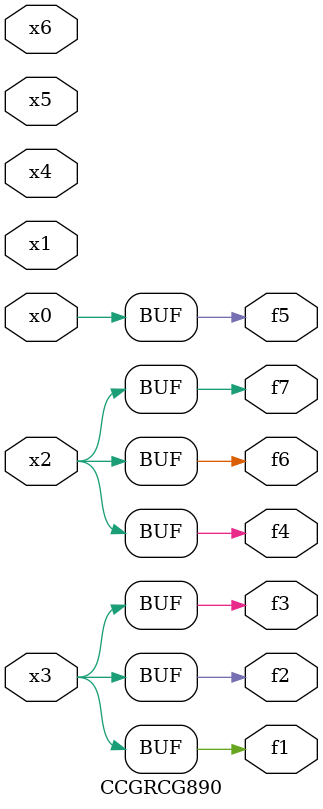
<source format=v>
module CCGRCG890(
	input x0, x1, x2, x3, x4, x5, x6,
	output f1, f2, f3, f4, f5, f6, f7
);
	assign f1 = x3;
	assign f2 = x3;
	assign f3 = x3;
	assign f4 = x2;
	assign f5 = x0;
	assign f6 = x2;
	assign f7 = x2;
endmodule

</source>
